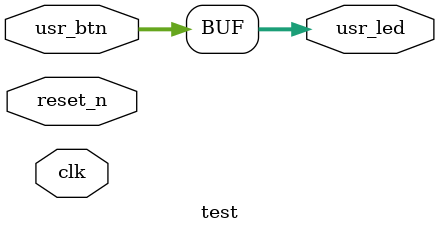
<source format=v>
`timescale 1ns / 1ps
module test(
  input  clk,            // System clock at 100 MHz
  input  reset_n,        // System reset signal, in negative logic
  input  [3:0] usr_btn,  // Four user pushbuttons
  output [3:0] usr_led   // Four yellow LEDs
);

assign usr_led = usr_btn;

endmodule
</source>
